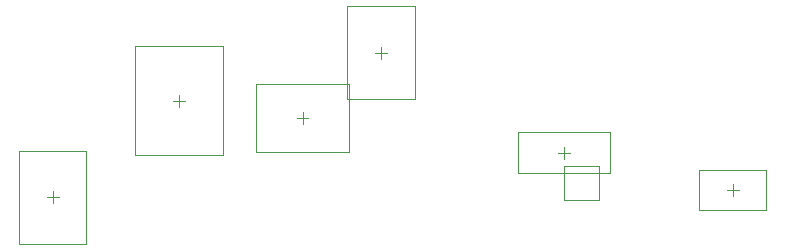
<source format=gbr>
G04*
G04 #@! TF.GenerationSoftware,Altium Limited,Altium Designer,24.1.2 (44)*
G04*
G04 Layer_Color=32768*
%FSLAX44Y44*%
%MOMM*%
G71*
G04*
G04 #@! TF.SameCoordinates,32799FE6-DD90-4EFC-9ADB-317E97FF397D*
G04*
G04*
G04 #@! TF.FilePolarity,Positive*
G04*
G01*
G75*
%ADD14C,0.1000*%
%ADD16C,0.0500*%
D14*
X166900Y65700D02*
X176900D01*
X171900Y60700D02*
Y70700D01*
X445000Y187900D02*
X455000D01*
X450000Y182900D02*
Y192900D01*
X383500Y127680D02*
Y137680D01*
X378500Y132680D02*
X388500D01*
X273800Y147380D02*
X283800D01*
X278800Y142380D02*
Y152380D01*
X776200Y54500D02*
Y88500D01*
X719200Y54500D02*
Y88500D01*
X776200D01*
X719200Y54500D02*
X776200D01*
X742700Y71500D02*
X752700D01*
X747700Y66500D02*
Y76500D01*
X604700Y98500D02*
Y108500D01*
X599700Y103500D02*
X609700D01*
D16*
X143400Y26330D02*
Y105070D01*
X200400Y26330D02*
Y105070D01*
X143400D02*
X200400D01*
X143400Y26330D02*
X200400D01*
X421500Y148530D02*
Y227270D01*
X478500Y148530D02*
Y227270D01*
X421500D02*
X478500D01*
X421500Y148530D02*
X478500D01*
X605100Y63501D02*
X634100D01*
X605100D02*
Y92501D01*
X634100D01*
Y63501D02*
Y92501D01*
X344130Y104180D02*
X422870D01*
X344130Y161180D02*
X422870D01*
Y104180D02*
Y161180D01*
X344130Y104180D02*
Y161180D01*
X241800Y101130D02*
Y193630D01*
X315800Y101130D02*
Y193630D01*
X241800Y101130D02*
X315800D01*
X241800Y193630D02*
X315800D01*
X565950Y121000D02*
X643450D01*
X565950Y86000D02*
X643450D01*
Y121000D01*
X565950Y86000D02*
Y121000D01*
M02*

</source>
